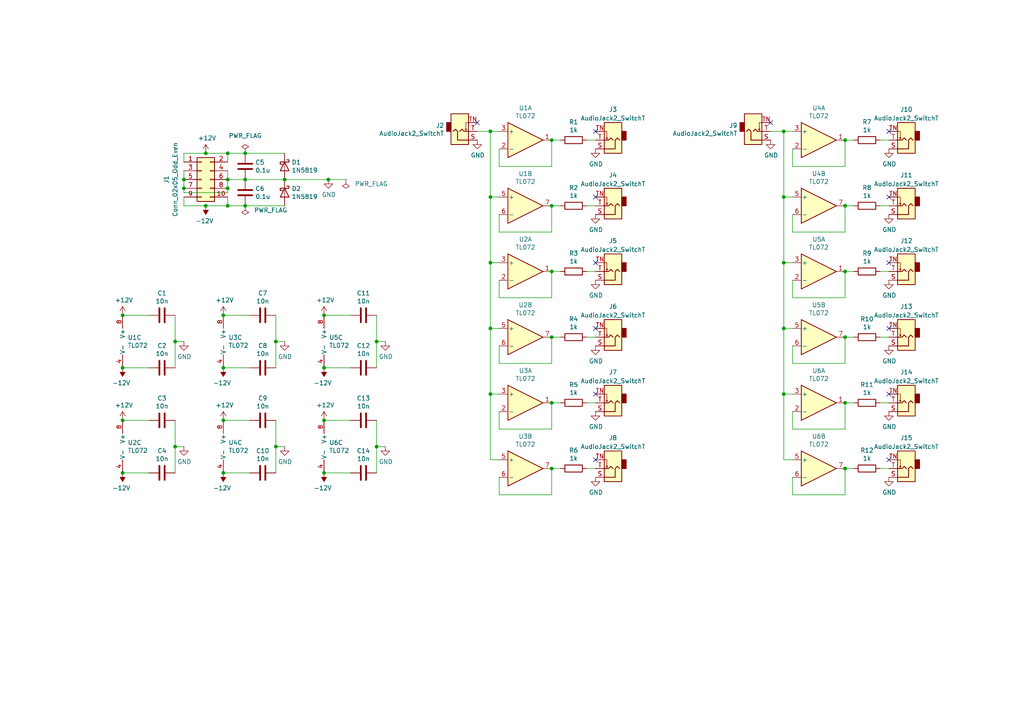
<source format=kicad_sch>
(kicad_sch (version 20211123) (generator eeschema)
  (paper "A4")
  (title_block (title "Mult") (date "2021-06-09") (rev "1.0"))
  (lib_symbols
    (symbol "Amplifier_Operational:TL072" (pin_names (offset 0.127))
      (property "Reference" "U" (at 0 5.08 0))
      (property "Value" "TL072" (at 0 -5.08 0))
      (symbol "TL072_1_1"
        (polyline (pts (xy -5.08 5.08) (xy 5.08 0) (xy -5.08 -5.08) (xy -5.08 5.08)) (stroke (width 0.254)) (fill (type background)))
        (pin output line (at 7.62 0 180) (length 2.54) (name "~") (number "1"))
        (pin input line (at -7.62 -2.54 0) (length 2.54) (name "-") (number "2"))
        (pin input line (at -7.62 2.54 0) (length 2.54) (name "+") (number "3"))
      )
      (symbol "TL072_2_1"
        (polyline (pts (xy -5.08 5.08) (xy 5.08 0) (xy -5.08 -5.08) (xy -5.08 5.08)) (stroke (width 0.254)) (fill (type background)))
        (pin input line (at -7.62 2.54 0) (length 2.54) (name "+") (number "5"))
        (pin input line (at -7.62 -2.54 0) (length 2.54) (name "-") (number "6"))
        (pin output line (at 7.62 0 180) (length 2.54) (name "~") (number "7"))
      )
      (symbol "TL072_3_1"
        (pin power_in line (at -2.54 -7.62 90) (length 3.81) (name "V-") (number "4"))
        (pin power_in line (at -2.54 7.62 270) (length 3.81) (name "V+") (number "8"))
      )
    )
    (symbol "Connector:AudioJack2_SwitchT"
      (property "Reference" "J" (at 0 8.89 0))
      (property "Value" "AudioJack2_SwitchT" (at 0 6.35 0))
      (symbol "AudioJack2_SwitchT_0_1"
        (rectangle (start -2.54 0) (end -3.81 -2.54) (stroke (width 0.254)) (fill (type outline)))
        (polyline (pts (xy 1.778 -0.254) (xy 2.032 -0.762)))
        (polyline (pts (xy 0 0) (xy 0.635 -0.635) (xy 1.27 0) (xy 2.54 0)) (stroke (width 0.254)))
        (polyline (pts (xy 2.54 -2.54) (xy 1.778 -2.54) (xy 1.778 -0.254) (xy 1.524 -0.762)))
        (polyline (pts (xy 2.54 2.54) (xy -0.635 2.54) (xy -0.635 0) (xy -1.27 -0.635) (xy -1.905 0)) (stroke (width 0.254)))
        (rectangle (start 2.54 3.81) (end -2.54 -5.08) (stroke (width 0.254)) (fill (type background)))
      )
      (symbol "AudioJack2_SwitchT_1_1"
        (pin passive line (at 5.08 2.54 180) (length 2.54) (name "~") (number "S"))
        (pin passive line (at 5.08 0 180) (length 2.54) (name "~") (number "T"))
        (pin passive line (at 5.08 -2.54 180) (length 2.54) (name "~") (number "TN"))
      )
    )
    (symbol "Connector_Generic:Conn_02x05_Odd_Even" (pin_names (offset 1.016) hide)
      (property "Reference" "J" (at 1.27 7.62 0))
      (property "Value" "Conn_02x05_Odd_Even" (at 1.27 -7.62 0))
      (symbol "Conn_02x05_Odd_Even_1_1"
        (rectangle (start -1.27 -4.953) (end 0 -5.207) (stroke (width 0.1524)))
        (rectangle (start -1.27 -2.413) (end 0 -2.667) (stroke (width 0.1524)))
        (rectangle (start -1.27 0.127) (end 0 -0.127) (stroke (width 0.1524)))
        (rectangle (start -1.27 2.667) (end 0 2.413) (stroke (width 0.1524)))
        (rectangle (start -1.27 5.207) (end 0 4.953) (stroke (width 0.1524)))
        (rectangle (start -1.27 6.35) (end 3.81 -6.35) (stroke (width 0.254)) (fill (type background)))
        (rectangle (start 3.81 -4.953) (end 2.54 -5.207) (stroke (width 0.1524)))
        (rectangle (start 3.81 -2.413) (end 2.54 -2.667) (stroke (width 0.1524)))
        (rectangle (start 3.81 0.127) (end 2.54 -0.127) (stroke (width 0.1524)))
        (rectangle (start 3.81 2.667) (end 2.54 2.413) (stroke (width 0.1524)))
        (rectangle (start 3.81 5.207) (end 2.54 4.953) (stroke (width 0.1524)))
        (pin passive line (at -5.08 5.08 0) (length 3.81) (name "Pin_1") (number "1"))
        (pin passive line (at 7.62 -5.08 180) (length 3.81) (name "Pin_10") (number "10"))
        (pin passive line (at 7.62 5.08 180) (length 3.81) (name "Pin_2") (number "2"))
        (pin passive line (at -5.08 2.54 0) (length 3.81) (name "Pin_3") (number "3"))
        (pin passive line (at 7.62 2.54 180) (length 3.81) (name "Pin_4") (number "4"))
        (pin passive line (at -5.08 0 0) (length 3.81) (name "Pin_5") (number "5"))
        (pin passive line (at 7.62 0 180) (length 3.81) (name "Pin_6") (number "6"))
        (pin passive line (at -5.08 -2.54 0) (length 3.81) (name "Pin_7") (number "7"))
        (pin passive line (at 7.62 -2.54 180) (length 3.81) (name "Pin_8") (number "8"))
        (pin passive line (at -5.08 -5.08 0) (length 3.81) (name "Pin_9") (number "9"))
      )
    )
    (symbol "Device:C" (pin_numbers hide) (pin_names (offset 0.254))
      (property "Reference" "C" (at 0.635 2.54 0))
      (property "Value" "C" (at 0.635 -2.54 0))
      (symbol "C_0_1"
        (polyline (pts (xy -2.032 -0.762) (xy 2.032 -0.762)) (stroke (width 0.508)))
        (polyline (pts (xy -2.032 0.762) (xy 2.032 0.762)) (stroke (width 0.508)))
      )
      (symbol "C_1_1"
        (pin passive line (at 0 3.81 270) (length 2.794) (name "~") (number "1"))
        (pin passive line (at 0 -3.81 90) (length 2.794) (name "~") (number "2"))
      )
    )
    (symbol "Device:R" (pin_numbers hide) (pin_names (offset 0))
      (property "Reference" "R" (at 2.032 0 90))
      (property "Value" "R" (at 0 0 90))
      (symbol "R_0_1"
        (rectangle (start -1.016 -2.54) (end 1.016 2.54) (stroke (width 0.254)))
      )
      (symbol "R_1_1"
        (pin passive line (at 0 3.81 270) (length 1.27) (name "~") (number "1"))
        (pin passive line (at 0 -3.81 90) (length 1.27) (name "~") (number "2"))
      )
    )
    (symbol "Diode:1N5819" (pin_numbers hide) (pin_names (offset 1.016) hide)
      (property "Reference" "D" (at 0 2.54 0))
      (property "Value" "1N5819" (at 0 -2.54 0))
      (symbol "1N5819_0_1"
        (polyline (pts (xy 1.27 0) (xy -1.27 0)))
        (polyline (pts (xy 1.27 1.27) (xy 1.27 -1.27) (xy -1.27 0) (xy 1.27 1.27)) (stroke (width 0.254)))
        (polyline (pts (xy -1.905 0.635) (xy -1.905 1.27) (xy -1.27 1.27) (xy -1.27 -1.27) (xy -0.635 -1.27) (xy -0.635 -0.635)) (stroke (width 0.254)))
      )
      (symbol "1N5819_1_1"
        (pin passive line (at -3.81 0 0) (length 2.54) (name "K") (number "1"))
        (pin passive line (at 3.81 0 180) (length 2.54) (name "A") (number "2"))
      )
    )
    (symbol "power:+12V" (power) (pin_names (offset 0))
      (property "Value" "+12V" (at 0 3.556 0))
      (symbol "+12V_0_1"
        (polyline (pts (xy -0.762 1.27) (xy 0 2.54)))
        (polyline (pts (xy 0 0) (xy 0 2.54)))
        (polyline (pts (xy 0 2.54) (xy 0.762 1.27)))
      )
      (symbol "+12V_1_1"
        (pin power_in line (at 0 0 90) (length 0) hide (name "+12V") (number "1"))
      )
    )
    (symbol "power:-12V" (power) (pin_names (offset 0))
      (property "Value" "-12V" (at 0 3.81 0))
      (symbol "-12V_0_0"
        (pin power_in line (at 0 0 90) (length 0) hide (name "-12V") (number "1"))
      )
      (symbol "-12V_0_1"
        (polyline (pts (xy 0 0) (xy 0 1.27) (xy 0.762 1.27) (xy 0 2.54) (xy -0.762 1.27) (xy 0 1.27)) (fill (type outline)))
      )
    )
    (symbol "power:GND" (power) (pin_names (offset 0))
      (property "Value" "GND" (at 0 -3.81 0))
      (symbol "GND_0_1"
        (polyline (pts (xy 0 0) (xy 0 -1.27) (xy 1.27 -1.27) (xy 0 -2.54) (xy -1.27 -1.27) (xy 0 -1.27)))
      )
      (symbol "GND_1_1"
        (pin power_in line (at 0 0 270) (length 0) hide (name "GND") (number "1"))
      )
    )
    (symbol "power:PWR_FLAG" (power) (pin_numbers hide) (pin_names (offset 0) hide)
      (property "Value" "PWR_FLAG" (at 0 3.81 0))
      (symbol "PWR_FLAG_0_0"
        (pin power_out line (at 0 0 90) (length 0) (name "pwr") (number "1"))
      )
      (symbol "PWR_FLAG_0_1"
        (polyline (pts (xy 0 0) (xy 0 1.27) (xy -1.016 1.905) (xy 0 2.54) (xy 1.016 1.905) (xy 0 1.27)))
      )
    )
  )
  (junction (at 160.02 40.64))
  (junction (at 142.24 95.25))
  (junction (at 71.12 52.07))
  (junction (at 64.77 137.16))
  (junction (at 59.69 44.45))
  (junction (at 95.25 52.07))
  (junction (at 35.56 91.44))
  (junction (at 245.11 135.89))
  (junction (at 80.01 129.54))
  (junction (at 50.8 99.06))
  (junction (at 64.77 106.68))
  (junction (at 80.01 99.06))
  (junction (at 245.11 78.74))
  (junction (at 245.11 59.69))
  (junction (at 53.34 54.61))
  (junction (at 160.02 78.74))
  (junction (at 142.24 38.1))
  (junction (at 64.77 91.44))
  (junction (at 160.02 59.69))
  (junction (at 109.22 99.06))
  (junction (at 66.04 52.07))
  (junction (at 50.8 129.54))
  (junction (at 35.56 106.68))
  (junction (at 93.98 91.44))
  (junction (at 66.04 54.61))
  (junction (at 142.24 76.2))
  (junction (at 227.33 57.15))
  (junction (at 245.11 97.79))
  (junction (at 160.02 97.79))
  (junction (at 142.24 57.15))
  (junction (at 93.98 121.92))
  (junction (at 109.22 129.54))
  (junction (at 59.69 59.69))
  (junction (at 227.33 76.2))
  (junction (at 53.34 52.07))
  (junction (at 227.33 114.3))
  (junction (at 227.33 38.1))
  (junction (at 160.02 116.84))
  (junction (at 245.11 40.64))
  (junction (at 93.98 137.16))
  (junction (at 227.33 95.25))
  (junction (at 35.56 137.16))
  (junction (at 82.55 52.07))
  (junction (at 142.24 114.3))
  (junction (at 64.77 121.92))
  (junction (at 35.56 121.92))
  (junction (at 71.12 44.45))
  (junction (at 71.12 59.69))
  (junction (at 160.02 135.89))
  (junction (at 245.11 116.84))
  (junction (at 93.98 106.68))
  (junction (at 66.04 59.69))
  (junction (at 66.04 44.45))
  (no_connect (at 172.72 57.15))
  (no_connect (at 172.72 38.1))
  (no_connect (at 172.72 76.2))
  (no_connect (at 172.72 95.25))
  (no_connect (at 172.72 114.3))
  (no_connect (at 172.72 133.35))
  (no_connect (at 257.81 114.3))
  (no_connect (at 257.81 133.35))
  (no_connect (at 257.81 95.25))
  (no_connect (at 138.43 35.56))
  (no_connect (at 223.52 35.56))
  (no_connect (at 257.81 57.15))
  (no_connect (at 257.81 38.1))
  (no_connect (at 257.81 76.2))
  (wire (pts (xy 64.77 121.92) (xy 72.39 121.92)))
  (wire (pts (xy 245.11 105.41) (xy 245.11 97.79)))
  (wire (pts (xy 142.24 114.3) (xy 144.78 114.3)))
  (wire (pts (xy 229.87 81.28) (xy 229.87 86.36)))
  (wire (pts (xy 50.8 99.06) (xy 50.8 106.68)))
  (wire (pts (xy 227.33 95.25) (xy 229.87 95.25)))
  (wire (pts (xy 53.34 49.53) (xy 53.34 52.07)))
  (wire (pts (xy 229.87 100.33) (xy 229.87 105.41)))
  (wire (pts (xy 109.22 121.92) (xy 109.22 129.54)))
  (wire (pts (xy 255.27 116.84) (xy 257.81 116.84)))
  (wire (pts (xy 227.33 114.3) (xy 227.33 133.35)))
  (wire (pts (xy 109.22 91.44) (xy 109.22 99.06)))
  (wire (pts (xy 160.02 86.36) (xy 160.02 78.74)))
  (wire (pts (xy 245.11 78.74) (xy 247.65 78.74)))
  (wire (pts (xy 245.11 48.26) (xy 245.11 40.64)))
  (wire (pts (xy 71.12 59.69) (xy 82.55 59.69)))
  (wire (pts (xy 82.55 52.07) (xy 95.25 52.07)))
  (wire (pts (xy 160.02 78.74) (xy 162.56 78.74)))
  (wire (pts (xy 245.11 67.31) (xy 245.11 59.69)))
  (wire (pts (xy 144.78 62.23) (xy 144.78 67.31)))
  (wire (pts (xy 53.34 44.45) (xy 59.69 44.45)))
  (wire (pts (xy 53.34 55.88) (xy 66.04 55.88)))
  (wire (pts (xy 109.22 99.06) (xy 109.22 106.68)))
  (wire (pts (xy 227.33 114.3) (xy 229.87 114.3)))
  (wire (pts (xy 93.98 106.68) (xy 101.6 106.68)))
  (wire (pts (xy 93.98 137.16) (xy 101.6 137.16)))
  (wire (pts (xy 229.87 119.38) (xy 229.87 124.46)))
  (wire (pts (xy 50.8 121.92) (xy 50.8 129.54)))
  (wire (pts (xy 142.24 133.35) (xy 144.78 133.35)))
  (wire (pts (xy 142.24 76.2) (xy 144.78 76.2)))
  (wire (pts (xy 142.24 95.25) (xy 144.78 95.25)))
  (wire (pts (xy 109.22 99.06) (xy 111.76 99.06)))
  (wire (pts (xy 80.01 99.06) (xy 80.01 106.68)))
  (wire (pts (xy 66.04 59.69) (xy 71.12 59.69)))
  (wire (pts (xy 95.25 52.07) (xy 100.33 52.07)))
  (wire (pts (xy 229.87 124.46) (xy 245.11 124.46)))
  (wire (pts (xy 227.33 76.2) (xy 227.33 95.25)))
  (wire (pts (xy 255.27 97.79) (xy 257.81 97.79)))
  (wire (pts (xy 66.04 46.99) (xy 66.04 44.45)))
  (wire (pts (xy 53.34 59.69) (xy 59.69 59.69)))
  (wire (pts (xy 227.33 57.15) (xy 229.87 57.15)))
  (wire (pts (xy 229.87 138.43) (xy 229.87 143.51)))
  (wire (pts (xy 144.78 67.31) (xy 160.02 67.31)))
  (wire (pts (xy 160.02 40.64) (xy 162.56 40.64)))
  (wire (pts (xy 80.01 91.44) (xy 80.01 99.06)))
  (wire (pts (xy 227.33 57.15) (xy 227.33 76.2)))
  (wire (pts (xy 138.43 38.1) (xy 142.24 38.1)))
  (wire (pts (xy 144.78 43.18) (xy 144.78 48.26)))
  (wire (pts (xy 71.12 52.07) (xy 82.55 52.07)))
  (wire (pts (xy 35.56 137.16) (xy 43.18 137.16)))
  (wire (pts (xy 144.78 119.38) (xy 144.78 124.46)))
  (wire (pts (xy 160.02 116.84) (xy 162.56 116.84)))
  (wire (pts (xy 53.34 57.15) (xy 53.34 59.69)))
  (wire (pts (xy 93.98 121.92) (xy 101.6 121.92)))
  (wire (pts (xy 160.02 59.69) (xy 162.56 59.69)))
  (wire (pts (xy 43.18 91.44) (xy 35.56 91.44)))
  (wire (pts (xy 50.8 129.54) (xy 50.8 137.16)))
  (wire (pts (xy 170.18 116.84) (xy 172.72 116.84)))
  (wire (pts (xy 227.33 133.35) (xy 229.87 133.35)))
  (wire (pts (xy 229.87 38.1) (xy 227.33 38.1)))
  (wire (pts (xy 227.33 95.25) (xy 227.33 114.3)))
  (wire (pts (xy 255.27 135.89) (xy 257.81 135.89)))
  (wire (pts (xy 144.78 81.28) (xy 144.78 86.36)))
  (wire (pts (xy 245.11 124.46) (xy 245.11 116.84)))
  (wire (pts (xy 53.34 52.07) (xy 53.34 54.61)))
  (wire (pts (xy 245.11 116.84) (xy 247.65 116.84)))
  (wire (pts (xy 170.18 135.89) (xy 172.72 135.89)))
  (wire (pts (xy 160.02 135.89) (xy 162.56 135.89)))
  (wire (pts (xy 144.78 100.33) (xy 144.78 105.41)))
  (wire (pts (xy 53.34 54.61) (xy 53.34 55.88)))
  (wire (pts (xy 66.04 57.15) (xy 66.04 59.69)))
  (wire (pts (xy 109.22 129.54) (xy 111.76 129.54)))
  (wire (pts (xy 66.04 49.53) (xy 66.04 52.07)))
  (wire (pts (xy 223.52 38.1) (xy 227.33 38.1)))
  (wire (pts (xy 64.77 137.16) (xy 72.39 137.16)))
  (wire (pts (xy 229.87 86.36) (xy 245.11 86.36)))
  (wire (pts (xy 229.87 143.51) (xy 245.11 143.51)))
  (wire (pts (xy 229.87 67.31) (xy 245.11 67.31)))
  (wire (pts (xy 170.18 78.74) (xy 172.72 78.74)))
  (wire (pts (xy 66.04 52.07) (xy 66.04 54.61)))
  (wire (pts (xy 144.78 86.36) (xy 160.02 86.36)))
  (wire (pts (xy 142.24 57.15) (xy 144.78 57.15)))
  (wire (pts (xy 53.34 46.99) (xy 53.34 44.45)))
  (wire (pts (xy 59.69 44.45) (xy 66.04 44.45)))
  (wire (pts (xy 229.87 48.26) (xy 245.11 48.26)))
  (wire (pts (xy 109.22 129.54) (xy 109.22 137.16)))
  (wire (pts (xy 170.18 40.64) (xy 172.72 40.64)))
  (wire (pts (xy 255.27 40.64) (xy 257.81 40.64)))
  (wire (pts (xy 245.11 86.36) (xy 245.11 78.74)))
  (wire (pts (xy 229.87 105.41) (xy 245.11 105.41)))
  (wire (pts (xy 245.11 59.69) (xy 247.65 59.69)))
  (wire (pts (xy 144.78 105.41) (xy 160.02 105.41)))
  (wire (pts (xy 144.78 48.26) (xy 160.02 48.26)))
  (wire (pts (xy 170.18 97.79) (xy 172.72 97.79)))
  (wire (pts (xy 66.04 52.07) (xy 71.12 52.07)))
  (wire (pts (xy 160.02 48.26) (xy 160.02 40.64)))
  (wire (pts (xy 160.02 143.51) (xy 160.02 135.89)))
  (wire (pts (xy 35.56 106.68) (xy 43.18 106.68)))
  (wire (pts (xy 142.24 76.2) (xy 142.24 95.25)))
  (wire (pts (xy 227.33 76.2) (xy 229.87 76.2)))
  (wire (pts (xy 142.24 38.1) (xy 142.24 57.15)))
  (wire (pts (xy 66.04 44.45) (xy 71.12 44.45)))
  (wire (pts (xy 245.11 143.51) (xy 245.11 135.89)))
  (wire (pts (xy 255.27 78.74) (xy 257.81 78.74)))
  (wire (pts (xy 144.78 138.43) (xy 144.78 143.51)))
  (wire (pts (xy 229.87 43.18) (xy 229.87 48.26)))
  (wire (pts (xy 50.8 129.54) (xy 53.34 129.54)))
  (wire (pts (xy 245.11 97.79) (xy 247.65 97.79)))
  (wire (pts (xy 255.27 59.69) (xy 257.81 59.69)))
  (wire (pts (xy 80.01 99.06) (xy 82.55 99.06)))
  (wire (pts (xy 66.04 55.88) (xy 66.04 54.61)))
  (wire (pts (xy 144.78 38.1) (xy 142.24 38.1)))
  (wire (pts (xy 59.69 59.69) (xy 66.04 59.69)))
  (wire (pts (xy 245.11 40.64) (xy 247.65 40.64)))
  (wire (pts (xy 142.24 114.3) (xy 142.24 133.35)))
  (wire (pts (xy 160.02 97.79) (xy 162.56 97.79)))
  (wire (pts (xy 80.01 129.54) (xy 82.55 129.54)))
  (wire (pts (xy 142.24 95.25) (xy 142.24 114.3)))
  (wire (pts (xy 144.78 124.46) (xy 160.02 124.46)))
  (wire (pts (xy 50.8 99.06) (xy 53.34 99.06)))
  (wire (pts (xy 229.87 62.23) (xy 229.87 67.31)))
  (wire (pts (xy 80.01 121.92) (xy 80.01 129.54)))
  (wire (pts (xy 64.77 91.44) (xy 72.39 91.44)))
  (wire (pts (xy 170.18 59.69) (xy 172.72 59.69)))
  (wire (pts (xy 227.33 38.1) (xy 227.33 57.15)))
  (wire (pts (xy 160.02 105.41) (xy 160.02 97.79)))
  (wire (pts (xy 64.77 106.68) (xy 72.39 106.68)))
  (wire (pts (xy 93.98 91.44) (xy 101.6 91.44)))
  (wire (pts (xy 50.8 91.44) (xy 50.8 99.06)))
  (wire (pts (xy 43.18 121.92) (xy 35.56 121.92)))
  (wire (pts (xy 80.01 129.54) (xy 80.01 137.16)))
  (wire (pts (xy 144.78 143.51) (xy 160.02 143.51)))
  (wire (pts (xy 245.11 135.89) (xy 247.65 135.89)))
  (wire (pts (xy 142.24 57.15) (xy 142.24 76.2)))
  (wire (pts (xy 160.02 124.46) (xy 160.02 116.84)))
  (wire (pts (xy 82.55 44.45) (xy 71.12 44.45)))
  (wire (pts (xy 160.02 67.31) (xy 160.02 59.69)))
  (symbol (lib_id "Connector_Generic:Conn_02x05_Odd_Even") (at 58.42 52.07 0) (unit 1)
    (property "Reference" "J1" (at 48.26 52.07 90))
    (property "Value" "Conn_02x05_Odd_Even" (at 50.8 52.07 90))
    (property "Footprint" "Connector_PinHeader_2.54mm:PinHeader_2x05_P2.54mm_Vertical" (effects hide))
  )
  (symbol (lib_id "Device:C") (at 71.12 48.26 0) (unit 1)
    (property "Reference" "C5" (at 74.041 47.0916 0) (effects (justify left)))
    (property "Value" "0.1u" (at 74.041 49.403 0) (effects (justify left)))
    (property "Footprint" "Capacitor_THT:C_Disc_D5.0mm_W2.5mm_P5.00mm" (effects hide))
  )
  (symbol (lib_id "Device:C") (at 71.12 55.88 0) (unit 1)
    (property "Reference" "C6" (at 74.041 54.7116 0) (effects (justify left)))
    (property "Value" "0.1u" (at 74.041 57.023 0) (effects (justify left)))
    (property "Footprint" "Capacitor_THT:C_Disc_D5.0mm_W2.5mm_P5.00mm" (effects hide))
  )
  (symbol (lib_id "power:+12V") (at 59.69 44.45 0) (unit 1)
    (property "Reference" "#PWR07" (effects hide))
    (property "Value" "+12V" (at 60.071 40.0558 0))
  )
  (symbol (lib_id "power:-12V") (at 59.69 59.69 180) (unit 1)
    (property "Reference" "#PWR08" (effects hide))
    (property "Value" "-12V" (at 59.309 64.0842 0))
  )
  (symbol (lib_id "Diode:1N5819") (at 82.55 48.26 270) (unit 1)
    (property "Reference" "D1" (at 84.582 47.0916 90) (effects (justify left)))
    (property "Value" "1N5819" (at 84.582 49.403 90) (effects (justify left)))
    (property "Footprint" "Diode_THT:D_DO-41_SOD81_P10.16mm_Horizontal" (effects hide))
    (property "Datasheet" "http://www.vishay.com/docs/88525/1n5817.pdf" (effects hide))
  )
  (symbol (lib_id "Amplifier_Operational:TL072") (at 152.4 40.64 0) (unit 1)
    (property "Reference" "U1" (at 152.4 31.3182 0))
    (property "Value" "TL072" (at 152.4 33.6296 0))
    (property "Footprint" "Package_DIP:DIP-8_W7.62mm_Socket" (effects hide))
    (property "Datasheet" "http://www.ti.com/lit/ds/symlink/tl071.pdf" (effects hide))
  )
  (symbol (lib_id "Connector:AudioJack2_SwitchT") (at 133.35 38.1 0) (mirror x) (unit 1)
    (property "Reference" "J2" (at 128.8034 36.3982 0) (effects (justify right)))
    (property "Value" "AudioJack2_SwitchT" (at 128.8034 38.7096 0) (effects (justify right)))
    (property "Footprint" "Connector_Audio:Jack_3.5mm_QingPu_WQP-PJ398SM_Vertical_CircularHoles" (effects hide))
  )
  (symbol (lib_id "Connector:AudioJack2_SwitchT") (at 177.8 40.64 180) (unit 1)
    (property "Reference" "J3" (at 177.8 31.75 0))
    (property "Value" "AudioJack2_SwitchT" (at 177.8 34.29 0))
    (property "Footprint" "Connector_Audio:Jack_3.5mm_QingPu_WQP-PJ398SM_Vertical_CircularHoles" (effects hide))
  )
  (symbol (lib_id "power:GND") (at 172.72 43.18 0) (unit 1)
    (property "Reference" "#PWR024" (effects hide))
    (property "Value" "GND" (at 172.847 47.5742 0))
  )
  (symbol (lib_id "Device:R") (at 166.37 40.64 270) (unit 1)
    (property "Reference" "R1" (at 166.37 35.3822 90))
    (property "Value" "1k" (at 166.37 37.6936 90))
    (property "Footprint" "Resistor_THT:R_Axial_DIN0207_L6.3mm_D2.5mm_P7.62mm_Horizontal" (effects hide))
  )
  (symbol (lib_id "Amplifier_Operational:TL072") (at 152.4 59.69 0) (unit 2)
    (property "Reference" "U1" (at 152.4 50.3682 0))
    (property "Value" "TL072" (at 152.4 52.6796 0))
    (property "Footprint" "Package_DIP:DIP-8_W7.62mm_Socket" (effects hide))
    (property "Datasheet" "http://www.ti.com/lit/ds/symlink/tl071.pdf" (effects hide))
  )
  (symbol (lib_id "Connector:AudioJack2_SwitchT") (at 177.8 59.69 180) (unit 1)
    (property "Reference" "J4" (at 177.8 50.8 0))
    (property "Value" "AudioJack2_SwitchT" (at 177.8 53.34 0))
    (property "Footprint" "Connector_Audio:Jack_3.5mm_QingPu_WQP-PJ398SM_Vertical_CircularHoles" (effects hide))
  )
  (symbol (lib_id "power:GND") (at 172.72 62.23 0) (unit 1)
    (property "Reference" "#PWR025" (effects hide))
    (property "Value" "GND" (at 172.847 66.6242 0))
  )
  (symbol (lib_id "Device:R") (at 166.37 59.69 270) (unit 1)
    (property "Reference" "R2" (at 166.37 54.4322 90))
    (property "Value" "1k" (at 166.37 56.7436 90))
    (property "Footprint" "Resistor_THT:R_Axial_DIN0207_L6.3mm_D2.5mm_P7.62mm_Horizontal" (effects hide))
  )
  (symbol (lib_id "Amplifier_Operational:TL072") (at 152.4 78.74 0) (unit 1)
    (property "Reference" "U2" (at 152.4 69.4182 0))
    (property "Value" "TL072" (at 152.4 71.7296 0))
    (property "Footprint" "Package_DIP:DIP-8_W7.62mm_Socket" (effects hide))
    (property "Datasheet" "http://www.ti.com/lit/ds/symlink/tl071.pdf" (effects hide))
  )
  (symbol (lib_id "Connector:AudioJack2_SwitchT") (at 177.8 78.74 180) (unit 1)
    (property "Reference" "J5" (at 177.8 69.85 0))
    (property "Value" "AudioJack2_SwitchT" (at 177.8 72.39 0))
    (property "Footprint" "Connector_Audio:Jack_3.5mm_QingPu_WQP-PJ398SM_Vertical_CircularHoles" (effects hide))
  )
  (symbol (lib_id "power:GND") (at 172.72 81.28 0) (unit 1)
    (property "Reference" "#PWR026" (effects hide))
    (property "Value" "GND" (at 172.847 85.6742 0))
  )
  (symbol (lib_id "Device:R") (at 166.37 78.74 270) (unit 1)
    (property "Reference" "R3" (at 166.37 73.4822 90))
    (property "Value" "1k" (at 166.37 75.7936 90))
    (property "Footprint" "Resistor_THT:R_Axial_DIN0207_L6.3mm_D2.5mm_P7.62mm_Horizontal" (effects hide))
  )
  (symbol (lib_id "Amplifier_Operational:TL072") (at 152.4 97.79 0) (unit 2)
    (property "Reference" "U2" (at 152.4 88.4682 0))
    (property "Value" "TL072" (at 152.4 90.7796 0))
    (property "Footprint" "Package_DIP:DIP-8_W7.62mm_Socket" (effects hide))
    (property "Datasheet" "http://www.ti.com/lit/ds/symlink/tl071.pdf" (effects hide))
  )
  (symbol (lib_id "Connector:AudioJack2_SwitchT") (at 177.8 97.79 180) (unit 1)
    (property "Reference" "J6" (at 177.8 88.9 0))
    (property "Value" "AudioJack2_SwitchT" (at 177.8 91.44 0))
    (property "Footprint" "Connector_Audio:Jack_3.5mm_QingPu_WQP-PJ398SM_Vertical_CircularHoles" (effects hide))
  )
  (symbol (lib_id "power:GND") (at 172.72 100.33 0) (unit 1)
    (property "Reference" "#PWR027" (effects hide))
    (property "Value" "GND" (at 172.847 104.7242 0))
  )
  (symbol (lib_id "Device:R") (at 166.37 97.79 270) (unit 1)
    (property "Reference" "R4" (at 166.37 92.5322 90))
    (property "Value" "1k" (at 166.37 94.8436 90))
    (property "Footprint" "Resistor_THT:R_Axial_DIN0207_L6.3mm_D2.5mm_P7.62mm_Horizontal" (effects hide))
  )
  (symbol (lib_id "Amplifier_Operational:TL072") (at 152.4 116.84 0) (unit 1)
    (property "Reference" "U3" (at 152.4 107.5182 0))
    (property "Value" "TL072" (at 152.4 109.8296 0))
    (property "Footprint" "Package_DIP:DIP-8_W7.62mm_Socket" (effects hide))
    (property "Datasheet" "http://www.ti.com/lit/ds/symlink/tl071.pdf" (effects hide))
  )
  (symbol (lib_id "Connector:AudioJack2_SwitchT") (at 177.8 116.84 180) (unit 1)
    (property "Reference" "J7" (at 177.8 107.95 0))
    (property "Value" "AudioJack2_SwitchT" (at 177.8 110.49 0))
    (property "Footprint" "Connector_Audio:Jack_3.5mm_QingPu_WQP-PJ398SM_Vertical_CircularHoles" (effects hide))
  )
  (symbol (lib_id "power:GND") (at 172.72 119.38 0) (unit 1)
    (property "Reference" "#PWR028" (effects hide))
    (property "Value" "GND" (at 172.847 123.7742 0))
  )
  (symbol (lib_id "Device:R") (at 166.37 116.84 270) (unit 1)
    (property "Reference" "R5" (at 166.37 111.5822 90))
    (property "Value" "1k" (at 166.37 113.8936 90))
    (property "Footprint" "Resistor_THT:R_Axial_DIN0207_L6.3mm_D2.5mm_P7.62mm_Horizontal" (effects hide))
  )
  (symbol (lib_id "Amplifier_Operational:TL072") (at 152.4 135.89 0) (unit 2)
    (property "Reference" "U3" (at 152.4 126.5682 0))
    (property "Value" "TL072" (at 152.4 128.8796 0))
    (property "Footprint" "Package_DIP:DIP-8_W7.62mm_Socket" (effects hide))
    (property "Datasheet" "http://www.ti.com/lit/ds/symlink/tl071.pdf" (effects hide))
  )
  (symbol (lib_id "Connector:AudioJack2_SwitchT") (at 177.8 135.89 180) (unit 1)
    (property "Reference" "J8" (at 177.8 127 0))
    (property "Value" "AudioJack2_SwitchT" (at 177.8 129.54 0))
    (property "Footprint" "Connector_Audio:Jack_3.5mm_QingPu_WQP-PJ398SM_Vertical_CircularHoles" (effects hide))
  )
  (symbol (lib_id "power:GND") (at 172.72 138.43 0) (unit 1)
    (property "Reference" "#PWR029" (effects hide))
    (property "Value" "GND" (at 172.847 142.8242 0))
  )
  (symbol (lib_id "Device:R") (at 166.37 135.89 270) (unit 1)
    (property "Reference" "R6" (at 166.37 130.6322 90))
    (property "Value" "1k" (at 166.37 132.9436 90))
    (property "Footprint" "Resistor_THT:R_Axial_DIN0207_L6.3mm_D2.5mm_P7.62mm_Horizontal" (effects hide))
  )
  (symbol (lib_id "power:GND") (at 138.43 40.64 0) (unit 1)
    (property "Reference" "#PWR022" (effects hide))
    (property "Value" "GND" (at 138.557 45.0342 0))
  )
  (symbol (lib_id "Amplifier_Operational:TL072") (at 237.49 40.64 0) (unit 1)
    (property "Reference" "U4" (at 237.49 31.3182 0))
    (property "Value" "TL072" (at 237.49 33.6296 0))
    (property "Footprint" "Package_DIP:DIP-8_W7.62mm_Socket" (effects hide))
    (property "Datasheet" "http://www.ti.com/lit/ds/symlink/tl071.pdf" (effects hide))
  )
  (symbol (lib_id "Connector:AudioJack2_SwitchT") (at 218.44 38.1 0) (mirror x) (unit 1)
    (property "Reference" "J9" (at 213.8934 36.3982 0) (effects (justify right)))
    (property "Value" "AudioJack2_SwitchT" (at 213.8934 38.7096 0) (effects (justify right)))
    (property "Footprint" "Connector_Audio:Jack_3.5mm_QingPu_WQP-PJ398SM_Vertical_CircularHoles" (effects hide))
  )
  (symbol (lib_id "Connector:AudioJack2_SwitchT") (at 262.89 40.64 180) (unit 1)
    (property "Reference" "J10" (at 262.89 31.75 0))
    (property "Value" "AudioJack2_SwitchT" (at 262.89 34.29 0))
    (property "Footprint" "Connector_Audio:Jack_3.5mm_QingPu_WQP-PJ398SM_Vertical_CircularHoles" (effects hide))
  )
  (symbol (lib_id "power:GND") (at 257.81 43.18 0) (unit 1)
    (property "Reference" "#PWR031" (effects hide))
    (property "Value" "GND" (at 257.937 47.5742 0))
  )
  (symbol (lib_id "Device:R") (at 251.46 40.64 270) (unit 1)
    (property "Reference" "R7" (at 251.46 35.3822 90))
    (property "Value" "1k" (at 251.46 37.6936 90))
    (property "Footprint" "Resistor_THT:R_Axial_DIN0207_L6.3mm_D2.5mm_P7.62mm_Horizontal" (effects hide))
  )
  (symbol (lib_id "Amplifier_Operational:TL072") (at 237.49 59.69 0) (unit 2)
    (property "Reference" "U4" (at 237.49 50.3682 0))
    (property "Value" "TL072" (at 237.49 52.6796 0))
    (property "Footprint" "Package_DIP:DIP-8_W7.62mm_Socket" (effects hide))
    (property "Datasheet" "http://www.ti.com/lit/ds/symlink/tl071.pdf" (effects hide))
  )
  (symbol (lib_id "Connector:AudioJack2_SwitchT") (at 262.89 59.69 180) (unit 1)
    (property "Reference" "J11" (at 262.89 50.8 0))
    (property "Value" "AudioJack2_SwitchT" (at 262.89 53.34 0))
    (property "Footprint" "Connector_Audio:Jack_3.5mm_QingPu_WQP-PJ398SM_Vertical_CircularHoles" (effects hide))
  )
  (symbol (lib_id "power:GND") (at 257.81 62.23 0) (unit 1)
    (property "Reference" "#PWR032" (effects hide))
    (property "Value" "GND" (at 257.937 66.6242 0))
  )
  (symbol (lib_id "Device:R") (at 251.46 59.69 270) (unit 1)
    (property "Reference" "R8" (at 251.46 54.4322 90))
    (property "Value" "1k" (at 251.46 56.7436 90))
    (property "Footprint" "Resistor_THT:R_Axial_DIN0207_L6.3mm_D2.5mm_P7.62mm_Horizontal" (effects hide))
  )
  (symbol (lib_id "Amplifier_Operational:TL072") (at 237.49 78.74 0) (unit 1)
    (property "Reference" "U5" (at 237.49 69.4182 0))
    (property "Value" "TL072" (at 237.49 71.7296 0))
    (property "Footprint" "Package_DIP:DIP-8_W7.62mm_Socket" (effects hide))
    (property "Datasheet" "http://www.ti.com/lit/ds/symlink/tl071.pdf" (effects hide))
  )
  (symbol (lib_id "Connector:AudioJack2_SwitchT") (at 262.89 78.74 180) (unit 1)
    (property "Reference" "J12" (at 262.89 69.85 0))
    (property "Value" "AudioJack2_SwitchT" (at 262.89 72.39 0))
    (property "Footprint" "Connector_Audio:Jack_3.5mm_QingPu_WQP-PJ398SM_Vertical_CircularHoles" (effects hide))
  )
  (symbol (lib_id "power:GND") (at 257.81 81.28 0) (unit 1)
    (property "Reference" "#PWR033" (effects hide))
    (property "Value" "GND" (at 257.937 85.6742 0))
  )
  (symbol (lib_id "Device:R") (at 251.46 78.74 270) (unit 1)
    (property "Reference" "R9" (at 251.46 73.4822 90))
    (property "Value" "1k" (at 251.46 75.7936 90))
    (property "Footprint" "Resistor_THT:R_Axial_DIN0207_L6.3mm_D2.5mm_P7.62mm_Horizontal" (effects hide))
  )
  (symbol (lib_id "Amplifier_Operational:TL072") (at 237.49 97.79 0) (unit 2)
    (property "Reference" "U5" (at 237.49 88.4682 0))
    (property "Value" "TL072" (at 237.49 90.7796 0))
    (property "Footprint" "Package_DIP:DIP-8_W7.62mm_Socket" (effects hide))
    (property "Datasheet" "http://www.ti.com/lit/ds/symlink/tl071.pdf" (effects hide))
  )
  (symbol (lib_id "Connector:AudioJack2_SwitchT") (at 262.89 97.79 180) (unit 1)
    (property "Reference" "J13" (at 262.89 88.9 0))
    (property "Value" "AudioJack2_SwitchT" (at 262.89 91.44 0))
    (property "Footprint" "Connector_Audio:Jack_3.5mm_QingPu_WQP-PJ398SM_Vertical_CircularHoles" (effects hide))
  )
  (symbol (lib_id "power:GND") (at 257.81 100.33 0) (unit 1)
    (property "Reference" "#PWR034" (effects hide))
    (property "Value" "GND" (at 257.937 104.7242 0))
  )
  (symbol (lib_id "Device:R") (at 251.46 97.79 270) (unit 1)
    (property "Reference" "R10" (at 251.46 92.5322 90))
    (property "Value" "1k" (at 251.46 94.8436 90))
    (property "Footprint" "Resistor_THT:R_Axial_DIN0207_L6.3mm_D2.5mm_P7.62mm_Horizontal" (effects hide))
  )
  (symbol (lib_id "Amplifier_Operational:TL072") (at 237.49 116.84 0) (unit 1)
    (property "Reference" "U6" (at 237.49 107.5182 0))
    (property "Value" "TL072" (at 237.49 109.8296 0))
    (property "Footprint" "Package_DIP:DIP-8_W7.62mm_Socket" (effects hide))
    (property "Datasheet" "http://www.ti.com/lit/ds/symlink/tl071.pdf" (effects hide))
  )
  (symbol (lib_id "Connector:AudioJack2_SwitchT") (at 262.89 116.84 180) (unit 1)
    (property "Reference" "J14" (at 262.89 107.95 0))
    (property "Value" "AudioJack2_SwitchT" (at 262.89 110.49 0))
    (property "Footprint" "Connector_Audio:Jack_3.5mm_QingPu_WQP-PJ398SM_Vertical_CircularHoles" (effects hide))
  )
  (symbol (lib_id "power:GND") (at 257.81 119.38 0) (unit 1)
    (property "Reference" "#PWR035" (effects hide))
    (property "Value" "GND" (at 257.937 123.7742 0))
  )
  (symbol (lib_id "Device:R") (at 251.46 116.84 270) (unit 1)
    (property "Reference" "R11" (at 251.46 111.5822 90))
    (property "Value" "1k" (at 251.46 113.8936 90))
    (property "Footprint" "Resistor_THT:R_Axial_DIN0207_L6.3mm_D2.5mm_P7.62mm_Horizontal" (effects hide))
  )
  (symbol (lib_id "Amplifier_Operational:TL072") (at 237.49 135.89 0) (unit 2)
    (property "Reference" "U6" (at 237.49 126.5682 0))
    (property "Value" "TL072" (at 237.49 128.8796 0))
    (property "Footprint" "Package_DIP:DIP-8_W7.62mm_Socket" (effects hide))
    (property "Datasheet" "http://www.ti.com/lit/ds/symlink/tl071.pdf" (effects hide))
  )
  (symbol (lib_id "Connector:AudioJack2_SwitchT") (at 262.89 135.89 180) (unit 1)
    (property "Reference" "J15" (at 262.89 127 0))
    (property "Value" "AudioJack2_SwitchT" (at 262.89 129.54 0))
    (property "Footprint" "Connector_Audio:Jack_3.5mm_QingPu_WQP-PJ398SM_Vertical_CircularHoles" (effects hide))
  )
  (symbol (lib_id "power:GND") (at 257.81 138.43 0) (unit 1)
    (property "Reference" "#PWR036" (effects hide))
    (property "Value" "GND" (at 257.937 142.8242 0))
  )
  (symbol (lib_id "Device:R") (at 251.46 135.89 270) (unit 1)
    (property "Reference" "R12" (at 251.46 130.6322 90))
    (property "Value" "1k" (at 251.46 132.9436 90))
    (property "Footprint" "Resistor_THT:R_Axial_DIN0207_L6.3mm_D2.5mm_P7.62mm_Horizontal" (effects hide))
  )
  (symbol (lib_id "power:GND") (at 223.52 40.64 0) (unit 1)
    (property "Reference" "#PWR030" (effects hide))
    (property "Value" "GND" (at 223.647 45.0342 0))
  )
  (symbol (lib_id "Amplifier_Operational:TL072") (at 38.1 99.06 0)
    (property "Reference" "U1" (at 37.0332 97.8916 0) (effects (justify left)))
    (property "Value" "TL072" (at 37.0332 100.203 0) (effects (justify left)))
    (property "Footprint" "Package_DIP:DIP-8_W7.62mm_Socket" (effects hide))
    (property "Datasheet" "http://www.ti.com/lit/ds/symlink/tl071.pdf" (effects hide))
  )
  (symbol (lib_id "Device:C") (at 46.99 91.44 90)
    (property "Reference" "C1" (at 46.99 85.0392 90))
    (property "Value" "10n" (at 46.99 87.3506 90))
    (property "Footprint" "Capacitor_THT:C_Disc_D5.0mm_W2.5mm_P5.00mm" (effects hide))
  )
  (symbol (lib_id "power:+12V") (at 35.56 91.44 0)
    (property "Reference" "#PWR01" (effects hide))
    (property "Value" "+12V" (at 35.941 87.0458 0))
  )
  (symbol (lib_id "Device:C") (at 46.99 106.68 90)
    (property "Reference" "C2" (at 46.99 100.2792 90))
    (property "Value" "10n" (at 46.99 102.5906 90))
    (property "Footprint" "Capacitor_THT:C_Disc_D5.0mm_W2.5mm_P5.00mm" (effects hide))
  )
  (symbol (lib_id "power:GND") (at 53.34 99.06 0)
    (property "Reference" "#PWR05" (effects hide))
    (property "Value" "GND" (at 53.467 103.4542 0))
  )
  (symbol (lib_id "Amplifier_Operational:TL072") (at 67.31 99.06 0)
    (property "Reference" "U3" (at 66.2432 97.8916 0) (effects (justify left)))
    (property "Value" "TL072" (at 66.2432 100.203 0) (effects (justify left)))
    (property "Footprint" "Package_DIP:DIP-8_W7.62mm_Socket" (effects hide))
    (property "Datasheet" "http://www.ti.com/lit/ds/symlink/tl071.pdf" (effects hide))
  )
  (symbol (lib_id "Device:C") (at 76.2 91.44 90)
    (property "Reference" "C7" (at 76.2 85.0392 90))
    (property "Value" "10n" (at 76.2 87.3506 90))
    (property "Footprint" "Capacitor_THT:C_Disc_D5.0mm_W2.5mm_P5.00mm" (effects hide))
  )
  (symbol (lib_id "power:-12V") (at 64.77 106.68 180)
    (property "Reference" "#PWR010" (effects hide))
    (property "Value" "-12V" (at 64.389 111.0742 0))
  )
  (symbol (lib_id "power:+12V") (at 64.77 91.44 0)
    (property "Reference" "#PWR09" (effects hide))
    (property "Value" "+12V" (at 65.151 87.0458 0))
  )
  (symbol (lib_id "Device:C") (at 76.2 106.68 90)
    (property "Reference" "C8" (at 76.2 100.2792 90))
    (property "Value" "10n" (at 76.2 102.5906 90))
    (property "Footprint" "Capacitor_THT:C_Disc_D5.0mm_W2.5mm_P5.00mm" (effects hide))
  )
  (symbol (lib_id "power:GND") (at 82.55 99.06 0)
    (property "Reference" "#PWR013" (effects hide))
    (property "Value" "GND" (at 82.677 103.4542 0))
  )
  (symbol (lib_id "Amplifier_Operational:TL072") (at 96.52 99.06 0)
    (property "Reference" "U5" (at 95.4532 97.8916 0) (effects (justify left)))
    (property "Value" "TL072" (at 95.4532 100.203 0) (effects (justify left)))
    (property "Footprint" "Package_DIP:DIP-8_W7.62mm_Socket" (effects hide))
    (property "Datasheet" "http://www.ti.com/lit/ds/symlink/tl071.pdf" (effects hide))
  )
  (symbol (lib_id "Device:C") (at 105.41 91.44 90)
    (property "Reference" "C11" (at 105.41 85.0392 90))
    (property "Value" "10n" (at 105.41 87.3506 90))
    (property "Footprint" "Capacitor_THT:C_Disc_D5.0mm_W2.5mm_P5.00mm" (effects hide))
  )
  (symbol (lib_id "power:-12V") (at 93.98 106.68 180)
    (property "Reference" "#PWR016" (effects hide))
    (property "Value" "-12V" (at 93.599 111.0742 0))
  )
  (symbol (lib_id "power:+12V") (at 93.98 91.44 0)
    (property "Reference" "#PWR015" (effects hide))
    (property "Value" "+12V" (at 94.361 87.0458 0))
  )
  (symbol (lib_id "Device:C") (at 105.41 106.68 90)
    (property "Reference" "C12" (at 105.41 100.2792 90))
    (property "Value" "10n" (at 105.41 102.5906 90))
    (property "Footprint" "Capacitor_THT:C_Disc_D5.0mm_W2.5mm_P5.00mm" (effects hide))
  )
  (symbol (lib_id "power:GND") (at 111.76 99.06 0)
    (property "Reference" "#PWR020" (effects hide))
    (property "Value" "GND" (at 111.887 103.4542 0))
  )
  (symbol (lib_id "power:-12V") (at 35.56 106.68 180)
    (property "Reference" "#PWR02" (effects hide))
    (property "Value" "-12V" (at 35.179 111.0742 0))
  )
  (symbol (lib_id "power:GND") (at 95.25 52.07 0) (unit 1)
    (property "Reference" "#PWR019" (effects hide))
    (property "Value" "GND" (at 95.377 56.4642 0))
  )
  (symbol (lib_id "Diode:1N5819") (at 82.55 55.88 270) (unit 1)
    (property "Reference" "D2" (at 84.582 54.7116 90) (effects (justify left)))
    (property "Value" "1N5819" (at 84.582 57.023 90) (effects (justify left)))
    (property "Footprint" "Diode_THT:D_DO-41_SOD81_P10.16mm_Horizontal" (effects hide))
    (property "Datasheet" "http://www.vishay.com/docs/88525/1n5817.pdf" (effects hide))
  )
  (symbol (lib_id "Amplifier_Operational:TL072") (at 38.1 129.54 0)
    (property "Reference" "U2" (at 37.0332 128.3716 0) (effects (justify left)))
    (property "Value" "TL072" (at 37.0332 130.683 0) (effects (justify left)))
    (property "Footprint" "Package_DIP:DIP-8_W7.62mm_Socket" (effects hide))
    (property "Datasheet" "http://www.ti.com/lit/ds/symlink/tl071.pdf" (effects hide))
  )
  (symbol (lib_id "Device:C") (at 46.99 121.92 90)
    (property "Reference" "C3" (at 46.99 115.5192 90))
    (property "Value" "10n" (at 46.99 117.8306 90))
    (property "Footprint" "Capacitor_THT:C_Disc_D5.0mm_W2.5mm_P5.00mm" (effects hide))
  )
  (symbol (lib_id "power:+12V") (at 35.56 121.92 0)
    (property "Reference" "#PWR03" (effects hide))
    (property "Value" "+12V" (at 35.941 117.5258 0))
  )
  (symbol (lib_id "Device:C") (at 46.99 137.16 90)
    (property "Reference" "C4" (at 46.99 130.7592 90))
    (property "Value" "10n" (at 46.99 133.0706 90))
    (property "Footprint" "Capacitor_THT:C_Disc_D5.0mm_W2.5mm_P5.00mm" (effects hide))
  )
  (symbol (lib_id "power:GND") (at 53.34 129.54 0)
    (property "Reference" "#PWR06" (effects hide))
    (property "Value" "GND" (at 53.467 133.9342 0))
  )
  (symbol (lib_id "power:-12V") (at 35.56 137.16 180)
    (property "Reference" "#PWR04" (effects hide))
    (property "Value" "-12V" (at 35.179 141.5542 0))
  )
  (symbol (lib_id "power:GND") (at 111.76 129.54 0)
    (property "Reference" "#PWR021" (effects hide))
    (property "Value" "GND" (at 111.887 133.9342 0))
  )
  (symbol (lib_id "Device:C") (at 105.41 137.16 90)
    (property "Reference" "C14" (at 105.41 130.7592 90))
    (property "Value" "10n" (at 105.41 133.0706 90))
    (property "Footprint" "Capacitor_THT:C_Disc_D5.0mm_W2.5mm_P5.00mm" (effects hide))
  )
  (symbol (lib_id "power:+12V") (at 93.98 121.92 0)
    (property "Reference" "#PWR017" (effects hide))
    (property "Value" "+12V" (at 94.361 117.5258 0))
  )
  (symbol (lib_id "power:-12V") (at 93.98 137.16 180)
    (property "Reference" "#PWR018" (effects hide))
    (property "Value" "-12V" (at 93.599 141.5542 0))
  )
  (symbol (lib_id "Device:C") (at 105.41 121.92 90)
    (property "Reference" "C13" (at 105.41 115.5192 90))
    (property "Value" "10n" (at 105.41 117.8306 90))
    (property "Footprint" "Capacitor_THT:C_Disc_D5.0mm_W2.5mm_P5.00mm" (effects hide))
  )
  (symbol (lib_id "Amplifier_Operational:TL072") (at 96.52 129.54 0)
    (property "Reference" "U6" (at 95.4532 128.3716 0) (effects (justify left)))
    (property "Value" "TL072" (at 95.4532 130.683 0) (effects (justify left)))
    (property "Footprint" "Package_DIP:DIP-8_W7.62mm_Socket" (effects hide))
    (property "Datasheet" "http://www.ti.com/lit/ds/symlink/tl071.pdf" (effects hide))
  )
  (symbol (lib_id "power:GND") (at 82.55 129.54 0)
    (property "Reference" "#PWR014" (effects hide))
    (property "Value" "GND" (at 82.677 133.9342 0))
  )
  (symbol (lib_id "Device:C") (at 76.2 137.16 90)
    (property "Reference" "C10" (at 76.2 130.7592 90))
    (property "Value" "10n" (at 76.2 133.0706 90))
    (property "Footprint" "Capacitor_THT:C_Disc_D5.0mm_W2.5mm_P5.00mm" (effects hide))
  )
  (symbol (lib_id "power:+12V") (at 64.77 121.92 0)
    (property "Reference" "#PWR011" (effects hide))
    (property "Value" "+12V" (at 65.151 117.5258 0))
  )
  (symbol (lib_id "power:-12V") (at 64.77 137.16 180)
    (property "Reference" "#PWR012" (effects hide))
    (property "Value" "-12V" (at 64.389 141.5542 0))
  )
  (symbol (lib_id "Device:C") (at 76.2 121.92 90)
    (property "Reference" "C9" (at 76.2 115.5192 90))
    (property "Value" "10n" (at 76.2 117.8306 90))
    (property "Footprint" "Capacitor_THT:C_Disc_D5.0mm_W2.5mm_P5.00mm" (effects hide))
  )
  (symbol (lib_id "Amplifier_Operational:TL072") (at 67.31 129.54 0)
    (property "Reference" "U4" (at 66.2432 128.3716 0) (effects (justify left)))
    (property "Value" "TL072" (at 66.2432 130.683 0) (effects (justify left)))
    (property "Footprint" "Package_DIP:DIP-8_W7.62mm_Socket" (effects hide))
    (property "Datasheet" "http://www.ti.com/lit/ds/symlink/tl071.pdf" (effects hide))
  )
  (symbol (lib_id "power:PWR_FLAG") (at 100.33 52.07 180) (unit 1)
    (property "Reference" "#FLG03" (effects hide))
    (property "Value" "PWR_FLAG" (at 102.87 53.3399 0) (effects (justify right)))
  )
  (symbol (lib_id "power:PWR_FLAG") (at 71.12 44.45 0) (unit 1)
    (property "Reference" "#FLG01" (effects hide))
    (property "Value" "PWR_FLAG" (at 71.12 39.37 0))
  )
  (symbol (lib_id "power:PWR_FLAG") (at 71.12 59.69 180) (unit 1)
    (property "Reference" "#FLG02" (effects hide))
    (property "Value" "PWR_FLAG" (at 73.66 60.9599 0) (effects (justify right)))
  )
)
</source>
